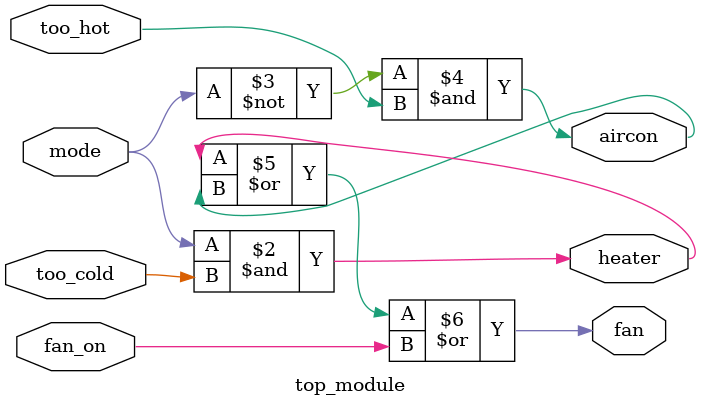
<source format=sv>
module top_module(
	input mode,
	input too_cold, 
	input too_hot,
	input fan_on,
	output heater,
	output aircon,
	output fan
);

	// Enable heater when it is too cold and in heating mode
	assign heater = (mode == 1) & too_cold;

	// Enable air conditioner when it is too hot and in cooling mode
	assign aircon = (mode == 0) & too_hot;

	// Enable fan when heater, air conditioner, or fan request is active
	assign fan = heater | aircon | fan_on;

endmodule

</source>
